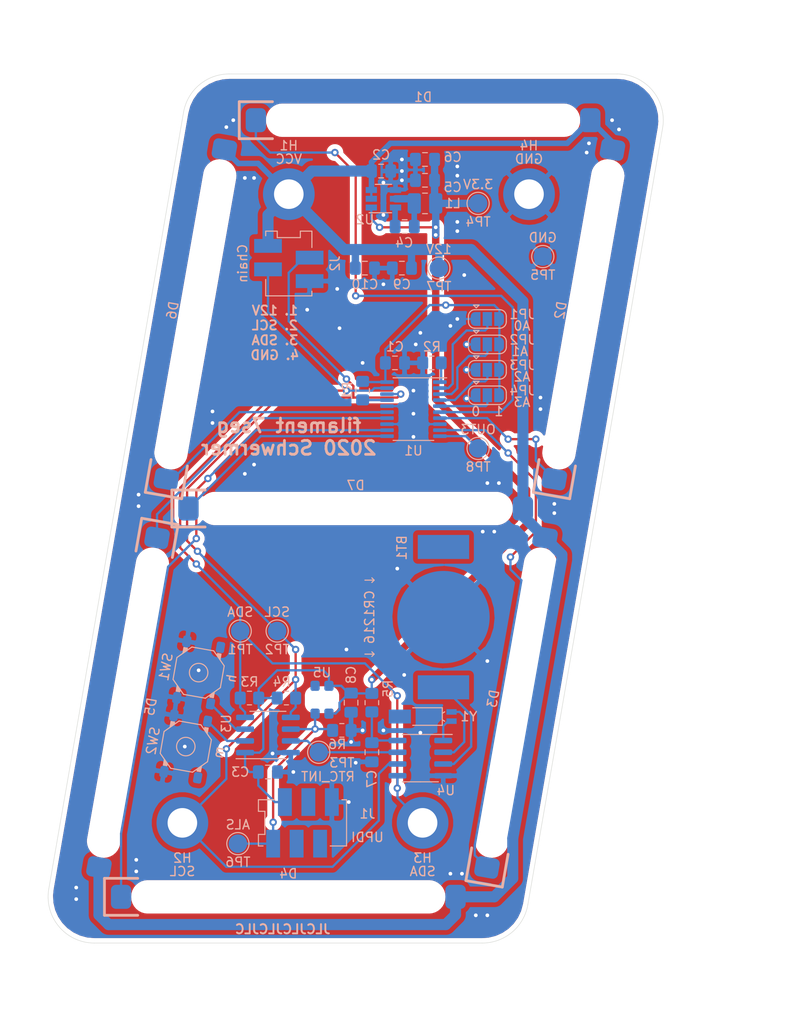
<source format=kicad_pcb>
(kicad_pcb (version 20171130) (host pcbnew 5.1.8)
  (layers (0 F.Cu signal) (31 B.Cu signal) (34 B.Paste user) (35 F.Paste user) (36 B.SilkS user) (37 F.SilkS user) (38 B.Mask user) (39 F.Mask user) (44 Edge.Cuts user))
  (net 0 "")
  (net 1 "Net-(D1-Pad1)")
  (net 2 "Net-(D2-Pad1)")
  (net 3 "Net-(D3-Pad1)")
  (net 4 "Net-(D4-Pad1)")
  (net 5 "Net-(D5-Pad1)")
  (net 6 "Net-(D6-Pad1)")
  (net 7 "Net-(D7-Pad1)")
  (net 8 +3V3)
  (net 9 GND)
  (net 10 +12V)
  (net 11 "Net-(C4-Pad2)")
  (net 12 "Net-(C4-Pad1)")
  (net 13 "Net-(C7-Pad2)")
  (net 14 "Net-(JP1-Pad2)")
  (net 15 "Net-(JP2-Pad2)")
  (net 16 "Net-(JP3-Pad2)")
  (net 17 "Net-(JP4-Pad2)")
  (net 18 "Net-(R1-Pad2)")
  (net 19 "Net-(R2-Pad1)")
  (net 20 SDA)
  (net 21 SCL)
  (net 22 "Net-(SW2-Pad1)")
  (net 23 "Net-(SW1-Pad1)")
  (net 24 "Net-(J1-Pad1)")
  (net 25 RTC_INT)
  (net 26 "Net-(BT1-Pad1)")
  (net 27 "Net-(U4-Pad2)")
  (net 28 "Net-(U4-Pad1)")
  (net 29 "Net-(J1-Pad3)")
  (net 30 "Net-(J1-Pad4)")
  (net 31 "Net-(J1-Pad5)")
  (net 32 "Net-(SW1-Pad2)")
  (net 33 "Net-(SW2-Pad2)")
  (net 34 "Net-(TP8-Pad1)")
  (module filament-clock:ConnectorMicromatch-4 (layer B.Cu) (at -7.240806 -26.5 90)
    (fp_text reference J2 (at 0 5 90) (layer B.SilkS) (effects (justify mirror)))
    (fp_text value Chain (at 0 -5 90) (layer B.SilkS) (effects (justify mirror)))
    (pad 1 smd rect (at 1.905 -2.25 90) (size 1.5 3) (layers B.Cu B.Paste B.Mask) (net 10 +12V))
    (pad 2 smd rect (at 0.635 2.25 90) (size 1.5 3) (layers B.Cu B.Paste B.Mask) (net 21 SCL))
    (pad 3 smd rect (at -0.635 -2.25 90) (size 1.5 3) (layers B.Cu B.Paste B.Mask) (net 20 SDA))
    (pad 4 smd rect (at -1.905 2.25 90) (size 1.5 3) (layers B.Cu B.Paste B.Mask) (net 9 GND))
  )
  (module filament-clock:ConnectorMicromatch-6 (layer B.Cu) (at -5.759194 34 180)
    (fp_text reference J1 (at -7.029194 0.98) (layer B.SilkS) (effects (justify mirror)))
    (fp_text value UPDI (at -7.029194 -1.56) (layer B.SilkS) (effects (justify mirror)))
    (pad 1 smd rect (at 3.175 -2.25 180) (size 1.5 3) (layers B.Cu B.Paste B.Mask) (net 24 "Net-(J1-Pad1)"))
    (pad 2 smd rect (at 1.905 2.25 180) (size 1.5 3) (layers B.Cu B.Paste B.Mask) (net 8 +3V3))
    (pad 3 smd rect (at 0.635 -2.25 180) (size 1.5 3) (layers B.Cu B.Paste B.Mask) (net 29 "Net-(J1-Pad3)"))
    (pad 4 smd rect (at -0.635 2.25 180) (size 1.5 3) (layers B.Cu B.Paste B.Mask) (net 30 "Net-(J1-Pad4)"))
    (pad 5 smd rect (at -1.905 -2.25 180) (size 1.5 3) (layers B.Cu B.Paste B.Mask) (net 31 "Net-(J1-Pad5)"))
    (pad 6 smd rect (at -3.175 2.25 180) (size 1.5 3) (layers B.Cu B.Paste B.Mask) (net 9 GND))
  )
  (module filament-clock:filament-led (layer B.Cu) (at 17.353388 21 80)
    (fp_text reference D3 (at 0 -2.5 260) (layer B.SilkS) (effects (justify mirror)))
    (fp_text value LED)
    (pad "" np_thru_hole oval (at 0 0 80) (size 33 2.6) (drill oval 33 2.6) (layers *.Cu *.Mask))
    (pad 2 smd roundrect (at 18.1 0 80) (size 2.2 2.6) (layers B.Cu B.Paste B.Mask) (net 10 +12V))
    (pad 1 smd roundrect (at -18.1 0 80) (size 2.2 2.6) (layers B.Cu B.Paste B.Mask) (net 3 "Net-(D3-Pad1)"))
  )
  (module filament-clock:filament-led (layer B.Cu) (at 7.293223 -42)
    (fp_text reference D1 (at 0 -2.5) (layer B.SilkS) (effects (justify mirror)))
    (fp_text value LED)
    (pad "" np_thru_hole oval (at 0 0) (size 33 2.6) (drill oval 33 2.6) (layers *.Cu *.Mask))
    (pad 2 smd roundrect (at 18.1 0) (size 2.2 2.6) (layers B.Cu B.Paste B.Mask) (net 10 +12V))
    (pad 1 smd roundrect (at -18.1 0) (size 2.2 2.6) (layers B.Cu B.Paste B.Mask) (net 1 "Net-(D1-Pad1)"))
  )
  (module filament-clock:filament-led (layer B.Cu) (at 24.646611 -21 80)
    (fp_text reference D2 (at 0 -2.5 260) (layer B.SilkS) (effects (justify mirror)))
    (fp_text value LED)
    (pad "" np_thru_hole oval (at 0 0 80) (size 33 2.6) (drill oval 33 2.6) (layers *.Cu *.Mask))
    (pad 2 smd roundrect (at 18.1 0 80) (size 2.2 2.6) (layers B.Cu B.Paste B.Mask) (net 10 +12V))
    (pad 1 smd roundrect (at -18.1 0 80) (size 2.2 2.6) (layers B.Cu B.Paste B.Mask) (net 2 "Net-(D2-Pad1)"))
  )
  (module filament-clock:filament-led (layer B.Cu) (at -7.293223 42)
    (fp_text reference D4 (at 0 -2.5) (layer B.SilkS) (effects (justify mirror)))
    (fp_text value LED)
    (pad "" np_thru_hole oval (at 0 0) (size 33 2.6) (drill oval 33 2.6) (layers *.Cu *.Mask))
    (pad 2 smd roundrect (at 18.1 0) (size 2.2 2.6) (layers B.Cu B.Paste B.Mask) (net 10 +12V))
    (pad 1 smd roundrect (at -18.1 0) (size 2.2 2.6) (layers B.Cu B.Paste B.Mask) (net 4 "Net-(D4-Pad1)"))
  )
  (module filament-clock:filament-led (layer B.Cu) (at -24.646611 21 260)
    (fp_text reference D5 (at 0 -2.5 260) (layer B.SilkS) (effects (justify mirror)))
    (fp_text value LED)
    (pad "" np_thru_hole oval (at 0 0 260) (size 33 2.6) (drill oval 33 2.6) (layers *.Cu *.Mask))
    (pad 2 smd roundrect (at 18.1 0 260) (size 2.2 2.6) (layers B.Cu B.Paste B.Mask) (net 10 +12V))
    (pad 1 smd roundrect (at -18.1 0 260) (size 2.2 2.6) (layers B.Cu B.Paste B.Mask) (net 5 "Net-(D5-Pad1)"))
  )
  (module filament-clock:filament-led (layer B.Cu) (at -17.353388 -21 80)
    (fp_text reference D6 (at 0 -2.5 260) (layer B.SilkS) (effects (justify mirror)))
    (fp_text value LED)
    (pad "" np_thru_hole oval (at 0 0 80) (size 33 2.6) (drill oval 33 2.6) (layers *.Cu *.Mask))
    (pad 2 smd roundrect (at 18.1 0 80) (size 2.2 2.6) (layers B.Cu B.Paste B.Mask) (net 10 +12V))
    (pad 1 smd roundrect (at -18.1 0 80) (size 2.2 2.6) (layers B.Cu B.Paste B.Mask) (net 6 "Net-(D6-Pad1)"))
  )
  (module filament-clock:filament-led (layer B.Cu) (at 0 0)
    (fp_text reference D7 (at 0 -2.5) (layer B.SilkS) (effects (justify mirror)))
    (fp_text value LED)
    (pad "" np_thru_hole oval (at 0 0) (size 33 2.6) (drill oval 33 2.6) (layers *.Cu *.Mask))
    (pad 2 smd roundrect (at 18.1 0) (size 2.2 2.6) (layers B.Cu B.Paste B.Mask) (net 10 +12V))
    (pad 1 smd roundrect (at -18.1 0) (size 2.2 2.6) (layers B.Cu B.Paste B.Mask) (net 7 "Net-(D7-Pad1)"))
  )
  (module Jumper:SolderJumper-3_P1.3mm_Open_RoundedPad1.0x1.5mm (layer B.Cu) (at 14.25 -12.25)
    (fp_text reference JP4 (at 3.75 -0.5) (layer B.SilkS) (effects (justify mirror)))
    (fp_text value A3 (at 3.75 0.75) (layer B.SilkS) (effects (justify mirror)))
    (pad 2 smd rect (at 0 0) (size 1 1.5) (layers B.Cu B.Mask) (net 17 "Net-(JP4-Pad2)"))
    (pad 3 smd custom (at 1.3 0) (size 1 0.5) (layers B.Cu B.Mask) (net 8 +3V3) (options (clearance outline) (anchor rect)) (primitives (gr_circle (center 0 -0.25) (end 0.5 -0.25) (width 0)) (gr_circle (center 0 0.25) (end 0.5 0.25) (width 0)) (gr_poly (pts (xy -0.55 0.75) (xy 0 0.75) (xy 0 -0.75) (xy -0.55 -0.75)) (width 0))))
    (pad 1 smd custom (at -1.3 0) (size 1 0.5) (layers B.Cu B.Mask) (net 9 GND) (options (clearance outline) (anchor rect)) (primitives (gr_circle (center 0 -0.25) (end 0.5 -0.25) (width 0)) (gr_circle (center 0 0.25) (end 0.5 0.25) (width 0)) (gr_poly (pts (xy 0.55 0.75) (xy 0 0.75) (xy 0 -0.75) (xy 0.55 -0.75)) (width 0))))
  )
  (module Resistor_SMD:R_0805_2012Metric_Pad1.20x1.40mm_HandSolder (layer B.Cu) (at 1.75 21 270)
    (fp_text reference R5 (at -1.5 -1.75 90) (layer B.SilkS) (effects (justify mirror)))
    (fp_text value 1k)
    (pad 2 smd roundrect (at 1 0 270) (size 1.2 1.4) (layers B.Cu B.Paste B.Mask) (roundrect_rratio 0.2083325) (net 13 "Net-(C7-Pad2)"))
    (pad 1 smd roundrect (at -1 0 270) (size 1.2 1.4) (layers B.Cu B.Paste B.Mask) (roundrect_rratio 0.2083325) (net 8 +3V3))
  )
  (module filament-clock:chipled-4 (layer B.Cu) (at -3.646611 20.680962)
    (fp_text reference U5 (at 0 -2.930962) (layer B.SilkS) (effects (justify mirror)))
    (fp_text value apds-9006)
    (pad "" np_thru_hole oval (at -0.85 0) (size 1 1.89) (drill oval 1 1.89) (layers *.Cu *.Mask))
    (pad "" np_thru_hole oval (at 0.85 0) (size 1 1.89) (drill oval 1 1.89) (layers *.Cu *.Mask))
    (pad "" np_thru_hole oval (at 0 -0.445) (size 2.7 1) (drill oval 2.7 1) (layers *.Cu *.Mask))
    (pad "" np_thru_hole oval (at 0 0.445) (size 2.7 1) (drill oval 2.7 1) (layers *.Cu *.Mask))
    (pad 3 smd roundrect (at 0.75 -1.5) (size 1 1.11) (layers B.Cu B.Paste B.Mask) (net 8 +3V3))
    (pad 4 smd roundrect (at -0.75 -1.5) (size 1 1.11) (layers B.Cu B.Paste B.Mask))
    (pad 2 smd roundrect (at 0.75 1.5) (size 1 1.11) (layers B.Cu B.Paste B.Mask) (net 8 +3V3))
    (pad 1 smd roundrect (at -0.75 1.5) (size 1 1.11) (layers B.Cu B.Paste B.Mask) (net 24 "Net-(J1-Pad1)"))
  )
  (module filament-clock:BC-2017 (layer B.Cu) (at 9.5 11.75 90)
    (fp_text reference BT1 (at 7.5 -4.5 90) (layer B.SilkS) (effects (justify mirror)))
    (fp_text value CR1216)
    (fp_text user CR1216 (at 0 -8 90) (layer B.SilkS) (effects (justify mirror)))
    (pad 2 smd circle (at 0 0 90) (size 10 10) (layers B.Cu B.Mask) (net 9 GND))
    (pad 1 smd rect (at 7.59 0 90) (size 2.6 5.56) (layers B.Cu B.Paste B.Mask) (net 26 "Net-(BT1-Pad1)"))
    (pad 1 smd rect (at -7.59 0 90) (size 2.6 5.56) (layers B.Cu B.Paste B.Mask) (net 26 "Net-(BT1-Pad1)"))
  )
  (module Capacitor_SMD:C_0805_2012Metric_Pad1.18x1.45mm_HandSolder (layer B.Cu) (at 4.25 -15.75)
    (fp_text reference C1 (at 0 -1.75) (layer B.SilkS) (effects (justify mirror)))
    (fp_text value 100n)
    (pad 2 smd roundrect (at 1.0375 0) (size 1.175 1.45) (layers B.Cu B.Paste B.Mask) (roundrect_rratio 0.2127659574468085) (net 9 GND))
    (pad 1 smd roundrect (at -1.0375 0) (size 1.175 1.45) (layers B.Cu B.Paste B.Mask) (roundrect_rratio 0.2127659574468085) (net 8 +3V3))
  )
  (module Capacitor_SMD:C_0805_2012Metric_Pad1.18x1.45mm_HandSolder (layer B.Cu) (at 2.75 -36.5)
    (fp_text reference C2 (at 0 -1.75) (layer B.SilkS) (effects (justify mirror)))
    (fp_text value 10µ)
    (pad 2 smd roundrect (at 1.0375 0) (size 1.175 1.45) (layers B.Cu B.Paste B.Mask) (roundrect_rratio 0.2127659574468085) (net 9 GND))
    (pad 1 smd roundrect (at -1.0375 0) (size 1.175 1.45) (layers B.Cu B.Paste B.Mask) (roundrect_rratio 0.2127659574468085) (net 10 +12V))
  )
  (module Capacitor_SMD:C_0805_2012Metric_Pad1.18x1.45mm_HandSolder (layer B.Cu) (at -9.5 28.5 180)
    (fp_text reference C3 (at 3 0) (layer B.SilkS) (effects (justify mirror)))
    (fp_text value 100n)
    (pad 2 smd roundrect (at 1.0375 0 180) (size 1.175 1.45) (layers B.Cu B.Paste B.Mask) (roundrect_rratio 0.2127659574468085) (net 8 +3V3))
    (pad 1 smd roundrect (at -1.0375 0 180) (size 1.175 1.45) (layers B.Cu B.Paste B.Mask) (roundrect_rratio 0.2127659574468085) (net 9 GND))
  )
  (module Capacitor_SMD:C_0805_2012Metric_Pad1.18x1.45mm_HandSolder (layer B.Cu) (at 5.3 -30.5 180)
    (fp_text reference C4 (at 0.05 -1.75) (layer B.SilkS) (effects (justify mirror)))
    (fp_text value 100n)
    (pad 2 smd roundrect (at 1.0375 0 180) (size 1.175 1.45) (layers B.Cu B.Paste B.Mask) (roundrect_rratio 0.2127659574468085) (net 11 "Net-(C4-Pad2)"))
    (pad 1 smd roundrect (at -1.0375 0 180) (size 1.175 1.45) (layers B.Cu B.Paste B.Mask) (roundrect_rratio 0.2127659574468085) (net 12 "Net-(C4-Pad1)"))
  )
  (module Capacitor_SMD:C_0805_2012Metric_Pad1.18x1.45mm_HandSolder (layer B.Cu) (at 7.5 -35.5 180)
    (fp_text reference C5 (at -3 -0.75) (layer B.SilkS) (effects (justify mirror)))
    (fp_text value 22µ)
    (pad 2 smd roundrect (at 1.0375 0 180) (size 1.175 1.45) (layers B.Cu B.Paste B.Mask) (roundrect_rratio 0.2127659574468085) (net 9 GND))
    (pad 1 smd roundrect (at -1.0375 0 180) (size 1.175 1.45) (layers B.Cu B.Paste B.Mask) (roundrect_rratio 0.2127659574468085) (net 8 +3V3))
  )
  (module Capacitor_SMD:C_0805_2012Metric_Pad1.18x1.45mm_HandSolder (layer B.Cu) (at 7.5 -37.75 180)
    (fp_text reference C6 (at -3 0.25) (layer B.SilkS) (effects (justify mirror)))
    (fp_text value 22µ)
    (pad 2 smd roundrect (at 1.0375 0 180) (size 1.175 1.45) (layers B.Cu B.Paste B.Mask) (roundrect_rratio 0.2127659574468085) (net 9 GND))
    (pad 1 smd roundrect (at -1.0375 0 180) (size 1.175 1.45) (layers B.Cu B.Paste B.Mask) (roundrect_rratio 0.2127659574468085) (net 8 +3V3))
  )
  (module Capacitor_SMD:C_0805_2012Metric_Pad1.18x1.45mm_HandSolder (layer B.Cu) (at 1.75 26.365 90)
    (fp_text reference C7 (at -2.885 0 90) (layer B.SilkS) (effects (justify mirror)))
    (fp_text value 3.3µ)
    (pad 2 smd roundrect (at 1.0375 0 90) (size 1.175 1.45) (layers B.Cu B.Paste B.Mask) (roundrect_rratio 0.2127659574468085) (net 13 "Net-(C7-Pad2)"))
    (pad 1 smd roundrect (at -1.0375 0 90) (size 1.175 1.45) (layers B.Cu B.Paste B.Mask) (roundrect_rratio 0.2127659574468085) (net 9 GND))
  )
  (module Jumper:SolderJumper-3_P1.3mm_Open_RoundedPad1.0x1.5mm (layer B.Cu) (at 14.25 -20.5)
    (fp_text reference JP1 (at 3.75 -0.5) (layer B.SilkS) (effects (justify mirror)))
    (fp_text value A0 (at 3.75 0.75) (layer B.SilkS) (effects (justify mirror)))
    (pad 2 smd rect (at 0 0) (size 1 1.5) (layers B.Cu B.Mask) (net 14 "Net-(JP1-Pad2)"))
    (pad 3 smd custom (at 1.3 0) (size 1 0.5) (layers B.Cu B.Mask) (net 8 +3V3) (options (clearance outline) (anchor rect)) (primitives (gr_circle (center 0 -0.25) (end 0.5 -0.25) (width 0)) (gr_circle (center 0 0.25) (end 0.5 0.25) (width 0)) (gr_poly (pts (xy -0.55 0.75) (xy 0 0.75) (xy 0 -0.75) (xy -0.55 -0.75)) (width 0))))
    (pad 1 smd custom (at -1.3 0) (size 1 0.5) (layers B.Cu B.Mask) (net 9 GND) (options (clearance outline) (anchor rect)) (primitives (gr_circle (center 0 -0.25) (end 0.5 -0.25) (width 0)) (gr_circle (center 0 0.25) (end 0.5 0.25) (width 0)) (gr_poly (pts (xy 0.55 0.75) (xy 0 0.75) (xy 0 -0.75) (xy 0.55 -0.75)) (width 0))))
  )
  (module Jumper:SolderJumper-3_P1.3mm_Open_RoundedPad1.0x1.5mm (layer B.Cu) (at 14.25 -17.75)
    (fp_text reference JP2 (at 3.75 -0.5) (layer B.SilkS) (effects (justify mirror)))
    (fp_text value A1 (at 3.5 0.75) (layer B.SilkS) (effects (justify mirror)))
    (pad 2 smd rect (at 0 0) (size 1 1.5) (layers B.Cu B.Mask) (net 15 "Net-(JP2-Pad2)"))
    (pad 3 smd custom (at 1.3 0) (size 1 0.5) (layers B.Cu B.Mask) (net 8 +3V3) (options (clearance outline) (anchor rect)) (primitives (gr_circle (center 0 -0.25) (end 0.5 -0.25) (width 0)) (gr_circle (center 0 0.25) (end 0.5 0.25) (width 0)) (gr_poly (pts (xy -0.55 0.75) (xy 0 0.75) (xy 0 -0.75) (xy -0.55 -0.75)) (width 0))))
    (pad 1 smd custom (at -1.3 0) (size 1 0.5) (layers B.Cu B.Mask) (net 9 GND) (options (clearance outline) (anchor rect)) (primitives (gr_circle (center 0 -0.25) (end 0.5 -0.25) (width 0)) (gr_circle (center 0 0.25) (end 0.5 0.25) (width 0)) (gr_poly (pts (xy 0.55 0.75) (xy 0 0.75) (xy 0 -0.75) (xy 0.55 -0.75)) (width 0))))
  )
  (module Jumper:SolderJumper-3_P1.3mm_Open_RoundedPad1.0x1.5mm (layer B.Cu) (at 14.25 -15)
    (fp_text reference JP3 (at 3.75 -0.5) (layer B.SilkS) (effects (justify mirror)))
    (fp_text value A2 (at 3.75 0.75) (layer B.SilkS) (effects (justify mirror)))
    (pad 2 smd rect (at 0 0) (size 1 1.5) (layers B.Cu B.Mask) (net 16 "Net-(JP3-Pad2)"))
    (pad 3 smd custom (at 1.3 0) (size 1 0.5) (layers B.Cu B.Mask) (net 8 +3V3) (options (clearance outline) (anchor rect)) (primitives (gr_circle (center 0 -0.25) (end 0.5 -0.25) (width 0)) (gr_circle (center 0 0.25) (end 0.5 0.25) (width 0)) (gr_poly (pts (xy -0.55 0.75) (xy 0 0.75) (xy 0 -0.75) (xy -0.55 -0.75)) (width 0))))
    (pad 1 smd custom (at -1.3 0) (size 1 0.5) (layers B.Cu B.Mask) (net 9 GND) (options (clearance outline) (anchor rect)) (primitives (gr_circle (center 0 -0.25) (end 0.5 -0.25) (width 0)) (gr_circle (center 0 0.25) (end 0.5 0.25) (width 0)) (gr_poly (pts (xy 0.55 0.75) (xy 0 0.75) (xy 0 -0.75) (xy 0.55 -0.75)) (width 0))))
  )
  (module Inductor_SMD:L_1008_2520Metric_Pad1.43x2.20mm_HandSolder (layer B.Cu) (at 7.5 -33)
    (fp_text reference L1 (at 3 0) (layer B.SilkS) (effects (justify mirror)))
    (fp_text value 4.7µ)
    (pad 2 smd roundrect (at 1.1625 0) (size 1.425 2.2) (layers B.Cu B.Paste B.Mask) (roundrect_rratio 0.1754385964912281) (net 8 +3V3))
    (pad 1 smd roundrect (at -1.1625 0) (size 1.425 2.2) (layers B.Cu B.Paste B.Mask) (roundrect_rratio 0.1754385964912281) (net 12 "Net-(C4-Pad1)"))
  )
  (module Resistor_SMD:R_0805_2012Metric_Pad1.20x1.40mm_HandSolder (layer B.Cu) (at 0.75 -12.75 270)
    (fp_text reference R1 (at 0 1.65 90) (layer B.SilkS) (effects (justify mirror)))
    (fp_text value 10k)
    (pad 2 smd roundrect (at 1 0 270) (size 1.2 1.4) (layers B.Cu B.Paste B.Mask) (roundrect_rratio 0.2083325) (net 18 "Net-(R1-Pad2)"))
    (pad 1 smd roundrect (at -1 0 270) (size 1.2 1.4) (layers B.Cu B.Paste B.Mask) (roundrect_rratio 0.2083325) (net 8 +3V3))
  )
  (module Resistor_SMD:R_0805_2012Metric_Pad1.20x1.40mm_HandSolder (layer B.Cu) (at 8.25 -15.75 180)
    (fp_text reference R2 (at 0 1.75) (layer B.SilkS) (effects (justify mirror)))
    (fp_text value 3.9k)
    (pad 2 smd roundrect (at 1 0 180) (size 1.2 1.4) (layers B.Cu B.Paste B.Mask) (roundrect_rratio 0.2083325) (net 9 GND))
    (pad 1 smd roundrect (at -1 0 180) (size 1.2 1.4) (layers B.Cu B.Paste B.Mask) (roundrect_rratio 0.2083325) (net 19 "Net-(R2-Pad1)"))
  )
  (module Resistor_SMD:R_0805_2012Metric_Pad1.20x1.40mm_HandSolder (layer B.Cu) (at -11.5 20.5 180)
    (fp_text reference R3 (at 0 1.75) (layer B.SilkS) (effects (justify mirror)))
    (fp_text value 4.7k)
    (pad 2 smd roundrect (at 1 0 180) (size 1.2 1.4) (layers B.Cu B.Paste B.Mask) (roundrect_rratio 0.2083325) (net 20 SDA))
    (pad 1 smd roundrect (at -1 0 180) (size 1.2 1.4) (layers B.Cu B.Paste B.Mask) (roundrect_rratio 0.2083325) (net 8 +3V3))
  )
  (module Resistor_SMD:R_0805_2012Metric_Pad1.20x1.40mm_HandSolder (layer B.Cu) (at -7.5 20.5)
    (fp_text reference R4 (at -0.5 -1.75) (layer B.SilkS) (effects (justify mirror)))
    (fp_text value 4.7k)
    (pad 2 smd roundrect (at 1 0) (size 1.2 1.4) (layers B.Cu B.Paste B.Mask) (roundrect_rratio 0.2083325) (net 21 SCL))
    (pad 1 smd roundrect (at -1 0) (size 1.2 1.4) (layers B.Cu B.Paste B.Mask) (roundrect_rratio 0.2083325) (net 8 +3V3))
  )
  (module Package_SO:TSSOP-20_4.4x6.5mm_P0.65mm (layer B.Cu) (at 6.25 -10.75 180)
    (fp_text reference U1 (at 0 -4.5) (layer B.SilkS) (effects (justify mirror)))
    (fp_text value TLC59108xPW)
    (pad 20 smd roundrect (at 2.8625 2.925 180) (size 1.475 0.4) (layers B.Cu B.Paste B.Mask) (net 8 +3V3))
    (pad 19 smd roundrect (at 2.8625 2.275 180) (size 1.475 0.4) (layers B.Cu B.Paste B.Mask) (net 20 SDA))
    (pad 18 smd roundrect (at 2.8625 1.625 180) (size 1.475 0.4) (layers B.Cu B.Paste B.Mask) (net 21 SCL))
    (pad 17 smd roundrect (at 2.8625 0.975 180) (size 1.475 0.4) (layers B.Cu B.Paste B.Mask) (net 18 "Net-(R1-Pad2)"))
    (pad 16 smd roundrect (at 2.8625 0.325 180) (size 1.475 0.4) (layers B.Cu B.Paste B.Mask) (net 9 GND))
    (pad 15 smd roundrect (at 2.8625 -0.325 180) (size 1.475 0.4) (layers B.Cu B.Paste B.Mask) (net 6 "Net-(D6-Pad1)"))
    (pad 14 smd roundrect (at 2.8625 -0.975 180) (size 1.475 0.4) (layers B.Cu B.Paste B.Mask) (net 5 "Net-(D5-Pad1)"))
    (pad 13 smd roundrect (at 2.8625 -1.625 180) (size 1.475 0.4) (layers B.Cu B.Paste B.Mask) (net 9 GND))
    (pad 12 smd roundrect (at 2.8625 -2.275 180) (size 1.475 0.4) (layers B.Cu B.Paste B.Mask) (net 4 "Net-(D4-Pad1)"))
    (pad 11 smd roundrect (at 2.8625 -2.925 180) (size 1.475 0.4) (layers B.Cu B.Paste B.Mask) (net 7 "Net-(D7-Pad1)"))
    (pad 10 smd roundrect (at -2.8625 -2.925 180) (size 1.475 0.4) (layers B.Cu B.Paste B.Mask) (net 34 "Net-(TP8-Pad1)"))
    (pad 9 smd roundrect (at -2.8625 -2.275 180) (size 1.475 0.4) (layers B.Cu B.Paste B.Mask) (net 3 "Net-(D3-Pad1)"))
    (pad 8 smd roundrect (at -2.8625 -1.625 180) (size 1.475 0.4) (layers B.Cu B.Paste B.Mask) (net 9 GND))
    (pad 7 smd roundrect (at -2.8625 -0.975 180) (size 1.475 0.4) (layers B.Cu B.Paste B.Mask) (net 2 "Net-(D2-Pad1)"))
    (pad 6 smd roundrect (at -2.8625 -0.325 180) (size 1.475 0.4) (layers B.Cu B.Paste B.Mask) (net 1 "Net-(D1-Pad1)"))
    (pad 5 smd roundrect (at -2.8625 0.325 180) (size 1.475 0.4) (layers B.Cu B.Paste B.Mask) (net 17 "Net-(JP4-Pad2)"))
    (pad 4 smd roundrect (at -2.8625 0.975 180) (size 1.475 0.4) (layers B.Cu B.Paste B.Mask) (net 16 "Net-(JP3-Pad2)"))
    (pad 3 smd roundrect (at -2.8625 1.625 180) (size 1.475 0.4) (layers B.Cu B.Paste B.Mask) (net 15 "Net-(JP2-Pad2)"))
    (pad 2 smd roundrect (at -2.8625 2.275 180) (size 1.475 0.4) (layers B.Cu B.Paste B.Mask) (net 14 "Net-(JP1-Pad2)"))
    (pad 1 smd roundrect (at -2.8625 2.925 180) (size 1.475 0.4) (layers B.Cu B.Paste B.Mask) (net 19 "Net-(R2-Pad1)"))
  )
  (module Package_TO_SOT_SMD:TSOT-23-6 (layer B.Cu) (at 3 -33.5)
    (fp_text reference U2 (at -2 2.25) (layer B.SilkS) (effects (justify mirror)))
    (fp_text value AP63203WU)
    (pad 6 smd rect (at 1.31 0.95) (size 1.22 0.65) (layers B.Cu B.Paste B.Mask) (net 11 "Net-(C4-Pad2)"))
    (pad 5 smd rect (at 1.31 0) (size 1.22 0.65) (layers B.Cu B.Paste B.Mask) (net 12 "Net-(C4-Pad1)"))
    (pad 4 smd rect (at 1.31 -0.95) (size 1.22 0.65) (layers B.Cu B.Paste B.Mask) (net 9 GND))
    (pad 3 smd rect (at -1.31 -0.95) (size 1.22 0.65) (layers B.Cu B.Paste B.Mask) (net 10 +12V))
    (pad 2 smd rect (at -1.31 0) (size 1.22 0.65) (layers B.Cu B.Paste B.Mask) (net 10 +12V))
    (pad 1 smd rect (at -1.31 0.95) (size 1.22 0.65) (layers B.Cu B.Paste B.Mask) (net 8 +3V3))
  )
  (module Package_SO:SOIC-8_3.9x4.9mm_P1.27mm (layer B.Cu) (at -9.5 24.5)
    (fp_text reference U3 (at -4.5 -1.25 90) (layer B.SilkS) (effects (justify mirror)))
    (fp_text value ATtiny412-SS)
    (pad 8 smd roundrect (at 2.475 1.905) (size 1.95 0.6) (layers B.Cu B.Paste B.Mask) (net 9 GND))
    (pad 7 smd roundrect (at 2.475 0.635) (size 1.95 0.6) (layers B.Cu B.Paste B.Mask) (net 25 RTC_INT))
    (pad 6 smd roundrect (at 2.475 -0.635) (size 1.95 0.6) (layers B.Cu B.Paste B.Mask) (net 24 "Net-(J1-Pad1)"))
    (pad 5 smd roundrect (at 2.475 -1.905) (size 1.95 0.6) (layers B.Cu B.Paste B.Mask) (net 21 SCL))
    (pad 4 smd roundrect (at -2.475 -1.905) (size 1.95 0.6) (layers B.Cu B.Paste B.Mask) (net 20 SDA))
    (pad 3 smd roundrect (at -2.475 -0.635) (size 1.95 0.6) (layers B.Cu B.Paste B.Mask) (net 23 "Net-(SW1-Pad1)"))
    (pad 2 smd roundrect (at -2.475 0.635) (size 1.95 0.6) (layers B.Cu B.Paste B.Mask) (net 33 "Net-(SW2-Pad2)"))
    (pad 1 smd roundrect (at -2.475 1.905) (size 1.95 0.6) (layers B.Cu B.Paste B.Mask) (net 8 +3V3))
  )
  (module Package_SO:SOIC-8_3.9x4.9mm_P1.27mm (layer B.Cu) (at 7 27 180)
    (fp_text reference U4 (at -2.75 -3.5) (layer B.SilkS) (effects (justify mirror)))
    (fp_text value PCF8523T)
    (pad 8 smd roundrect (at 2.475 1.905 180) (size 1.95 0.6) (layers B.Cu B.Paste B.Mask) (net 13 "Net-(C7-Pad2)"))
    (pad 7 smd roundrect (at 2.475 0.635 180) (size 1.95 0.6) (layers B.Cu B.Paste B.Mask) (net 25 RTC_INT))
    (pad 6 smd roundrect (at 2.475 -0.635 180) (size 1.95 0.6) (layers B.Cu B.Paste B.Mask) (net 21 SCL))
    (pad 5 smd roundrect (at 2.475 -1.905 180) (size 1.95 0.6) (layers B.Cu B.Paste B.Mask) (net 20 SDA))
    (pad 4 smd roundrect (at -2.475 -1.905 180) (size 1.95 0.6) (layers B.Cu B.Paste B.Mask) (net 9 GND))
    (pad 3 smd roundrect (at -2.475 -0.635 180) (size 1.95 0.6) (layers B.Cu B.Paste B.Mask) (net 26 "Net-(BT1-Pad1)"))
    (pad 2 smd roundrect (at -2.475 0.635 180) (size 1.95 0.6) (layers B.Cu B.Paste B.Mask) (net 27 "Net-(U4-Pad2)"))
    (pad 1 smd roundrect (at -2.475 1.905 180) (size 1.95 0.6) (layers B.Cu B.Paste B.Mask) (net 28 "Net-(U4-Pad1)"))
  )
  (module Resistor_SMD:R_0805_2012Metric_Pad1.20x1.40mm_HandSolder (layer B.Cu) (at -1.5 24)
    (fp_text reference R6 (at -0.5 1.5) (layer B.SilkS) (effects (justify mirror)))
    (fp_text value 5k)
    (pad 2 smd roundrect (at 1 0) (size 1.2 1.4) (layers B.Cu B.Paste B.Mask) (roundrect_rratio 0.2083325) (net 9 GND))
    (pad 1 smd roundrect (at -1 0) (size 1.2 1.4) (layers B.Cu B.Paste B.Mask) (roundrect_rratio 0.2083325) (net 24 "Net-(J1-Pad1)"))
  )
  (module TestPoint:TestPoint_Pad_D2.0mm (layer B.Cu) (at -12.5 13.25)
    (fp_text reference TP1 (at 0 1.998) (layer B.SilkS) (effects (justify mirror)))
    (fp_text value SDA (at 0 -2.05) (layer B.SilkS) (effects (justify mirror)))
    (pad 1 smd circle (at 0 0) (size 2 2) (layers B.Cu B.Mask) (net 20 SDA))
  )
  (module TestPoint:TestPoint_Pad_D2.0mm (layer B.Cu) (at -8.5 13.25)
    (fp_text reference TP2 (at 0 1.998) (layer B.SilkS) (effects (justify mirror)))
    (fp_text value SCL (at 0 -2.05) (layer B.SilkS) (effects (justify mirror)))
    (pad 1 smd circle (at 0 0) (size 2 2) (layers B.Cu B.Mask) (net 21 SCL))
  )
  (module TestPoint:TestPoint_Pad_D2.0mm (layer B.Cu) (at -4 26.365)
    (fp_text reference TP3 (at 2.5 1.135) (layer B.SilkS) (effects (justify mirror)))
    (fp_text value RTC_INT (at 1 2.635) (layer B.SilkS) (effects (justify mirror)))
    (pad 1 smd circle (at 0 0) (size 2 2) (layers B.Cu B.Mask) (net 25 RTC_INT))
  )
  (module Crystal:Crystal_SMD_MicroCrystal_MS3V-T1R (layer B.Cu) (at 7.25 22.5 90)
    (fp_text reference Y1 (at 0 5 180) (layer B.SilkS) (effects (justify mirror)))
    (fp_text value 32.768kHz)
    (pad 3 smd rect (at 0 -2.475 90) (size 1.5 2.4) (layers B.Cu B.Paste B.Mask))
    (pad 2 smd rect (at 0.5 3.125 90) (size 0.6 1.1) (layers B.Cu B.Paste B.Mask) (net 27 "Net-(U4-Pad2)"))
    (pad 1 smd rect (at -0.5 3.125 90) (size 0.6 1.1) (layers B.Cu B.Paste B.Mask) (net 28 "Net-(U4-Pad1)"))
  )
  (module Capacitor_SMD:C_0805_2012Metric_Pad1.18x1.45mm_HandSolder (layer B.Cu) (at -0.5 21 270)
    (fp_text reference C8 (at -3 0 90) (layer B.SilkS) (effects (justify mirror)))
    (fp_text value 100n)
    (pad 2 smd roundrect (at 1.0375 0 270) (size 1.175 1.45) (layers B.Cu B.Paste B.Mask) (roundrect_rratio 0.2127659574468085) (net 9 GND))
    (pad 1 smd roundrect (at -1.0375 0 270) (size 1.175 1.45) (layers B.Cu B.Paste B.Mask) (roundrect_rratio 0.2127659574468085) (net 8 +3V3))
  )
  (module MountingHole:MountingHole_3.2mm_M3_DIN965_Pad_TopOnly (layer B.Cu) (at -7.240806 -34)
    (fp_text reference H1 (at -0.009194 -5.25) (layer B.SilkS) (effects (justify mirror)))
    (fp_text value VCC (at 0 -3.8) (layer B.SilkS) (effects (justify mirror)))
    (pad 1 connect circle (at 0 0) (size 5.6 5.6) (layers B.Cu B.Mask) (net 10 +12V))
    (pad 1 thru_hole circle (at 0 0) (size 3.6 3.6) (drill 3.2) (layers *.Cu *.Mask) (net 10 +12V))
  )
  (module MountingHole:MountingHole_3.2mm_M3_DIN965_Pad_TopOnly (layer B.Cu) (at -18.759195 34)
    (fp_text reference H2 (at 0 3.8) (layer B.SilkS) (effects (justify mirror)))
    (fp_text value SCL (at 0.009195 5.25) (layer B.SilkS) (effects (justify mirror)))
    (pad 1 connect circle (at 0 0) (size 5.6 5.6) (layers B.Cu B.Mask) (net 21 SCL))
    (pad 1 thru_hole circle (at 0 0) (size 3.6 3.6) (drill 3.2) (layers *.Cu *.Mask) (net 21 SCL))
  )
  (module MountingHole:MountingHole_3.2mm_M3_DIN965_Pad_TopOnly (layer B.Cu) (at 7.240806 34)
    (fp_text reference H3 (at 0 3.8) (layer B.SilkS) (effects (justify mirror)))
    (fp_text value SDA (at 0.009194 5.25) (layer B.SilkS) (effects (justify mirror)))
    (pad 1 connect circle (at 0 0) (size 5.6 5.6) (layers B.Cu B.Mask) (net 20 SDA))
    (pad 1 thru_hole circle (at 0 0) (size 3.6 3.6) (drill 3.2) (layers *.Cu *.Mask) (net 20 SDA))
  )
  (module MountingHole:MountingHole_3.2mm_M3_DIN965_Pad_TopOnly (layer B.Cu) (at 18.759195 -34)
    (fp_text reference H4 (at -0.009195 -5.25) (layer B.SilkS) (effects (justify mirror)))
    (fp_text value GND (at 0 -3.8) (layer B.SilkS) (effects (justify mirror)))
    (pad 1 connect circle (at 0 0) (size 5.6 5.6) (layers B.Cu B.Mask) (net 9 GND))
    (pad 1 thru_hole circle (at 0 0) (size 3.6 3.6) (drill 3.2) (layers *.Cu *.Mask) (net 9 GND))
  )
  (module filament-clock:pts526 (layer B.Cu) (at -17 17.75 80)
    (fp_text reference SW1 (at 0 -3.6 260) (layer B.SilkS) (effects (justify mirror)))
    (fp_text value h (at 0 3.6 260) (layer B.SilkS) (effects (justify mirror)))
    (pad 4 smd roundrect (at 3.1 -1.85 80) (size 1.2 0.9) (layers B.Cu B.Paste B.Mask) (net 9 GND))
    (pad 3 smd roundrect (at -3.1 -1.85 80) (size 1.2 0.9) (layers B.Cu B.Paste B.Mask) (net 9 GND))
    (pad 1 smd roundrect (at -3.1 1.85 80) (size 1.2 0.9) (layers B.Cu B.Paste B.Mask) (net 23 "Net-(SW1-Pad1)"))
    (pad 2 smd roundrect (at 3.1 1.85 80) (size 1.2 0.9) (layers B.Cu B.Paste B.Mask) (net 32 "Net-(SW1-Pad2)"))
  )
  (module filament-clock:pts526 (layer B.Cu) (at -18.389185 25.75 80)
    (fp_text reference SW2 (at 0 -3.6 -100) (layer B.SilkS) (effects (justify mirror)))
    (fp_text value m (at 0 3.6 -100) (layer B.SilkS) (effects (justify mirror)))
    (pad 2 smd roundrect (at 3.1 1.85 80) (size 1.2 0.9) (layers B.Cu B.Paste B.Mask) (net 33 "Net-(SW2-Pad2)"))
    (pad 1 smd roundrect (at -3.1 1.85 80) (size 1.2 0.9) (layers B.Cu B.Paste B.Mask) (net 22 "Net-(SW2-Pad1)"))
    (pad 3 smd roundrect (at -3.1 -1.85 80) (size 1.2 0.9) (layers B.Cu B.Paste B.Mask) (net 9 GND))
    (pad 4 smd roundrect (at 3.1 -1.85 80) (size 1.2 0.9) (layers B.Cu B.Paste B.Mask) (net 9 GND))
  )
  (module TestPoint:TestPoint_Pad_D2.0mm (layer B.Cu) (at 13.25 -33)
    (fp_text reference TP4 (at 0 1.998) (layer B.SilkS) (effects (justify mirror)))
    (fp_text value 3.3V (at 0 -2.05) (layer B.SilkS) (effects (justify mirror)))
    (pad 1 smd circle (at 0 0) (size 2 2) (layers B.Cu B.Mask) (net 8 +3V3))
  )
  (module TestPoint:TestPoint_Pad_D2.0mm (layer B.Cu) (at 20.25 -27.25)
    (fp_text reference TP5 (at 0 1.998) (layer B.SilkS) (effects (justify mirror)))
    (fp_text value GND (at 0 -2.05) (layer B.SilkS) (effects (justify mirror)))
    (pad 1 smd circle (at 0 0) (size 2 2) (layers B.Cu B.Mask) (net 9 GND))
  )
  (module TestPoint:TestPoint_Pad_D2.0mm (layer B.Cu) (at -12.75 36.25)
    (fp_text reference TP6 (at 0 1.998) (layer B.SilkS) (effects (justify mirror)))
    (fp_text value ALS (at 0 -2.05) (layer B.SilkS) (effects (justify mirror)))
    (pad 1 smd circle (at 0 0) (size 2 2) (layers B.Cu B.Mask) (net 24 "Net-(J1-Pad1)"))
  )
  (module Capacitor_SMD:C_0805_2012Metric_Pad1.18x1.45mm_HandSolder (layer B.Cu) (at 5 -26 180)
    (fp_text reference C9 (at 0 -1.75) (layer B.SilkS) (effects (justify mirror)))
    (fp_text value C)
    (pad 1 smd roundrect (at -1.0375 0 180) (size 1.175 1.45) (layers B.Cu B.Paste B.Mask) (roundrect_rratio 0.212766) (net 10 +12V))
    (pad 2 smd roundrect (at 1.0375 0 180) (size 1.175 1.45) (layers B.Cu B.Paste B.Mask) (roundrect_rratio 0.212766) (net 9 GND))
  )
  (module Capacitor_SMD:C_0805_2012Metric_Pad1.18x1.45mm_HandSolder (layer B.Cu) (at 1 -26)
    (fp_text reference C10 (at 0 1.75) (layer B.SilkS) (effects (justify mirror)))
    (fp_text value C)
    (pad 2 smd roundrect (at 1.0375 0) (size 1.175 1.45) (layers B.Cu B.Paste B.Mask) (roundrect_rratio 0.212766) (net 9 GND))
    (pad 1 smd roundrect (at -1.0375 0) (size 1.175 1.45) (layers B.Cu B.Paste B.Mask) (roundrect_rratio 0.212766) (net 10 +12V))
  )
  (module TestPoint:TestPoint_Pad_D2.0mm (layer B.Cu) (at 9 -26)
    (fp_text reference TP7 (at 0 1.998) (layer B.SilkS) (effects (justify mirror)))
    (fp_text value 12V (at 0 -2.05) (layer B.SilkS) (effects (justify mirror)))
    (pad 1 smd circle (at 0 0) (size 2 2) (layers B.Cu B.Mask) (net 10 +12V))
  )
  (module TestPoint:TestPoint_Pad_D2.0mm (layer B.Cu) (at 13.25 -6.5)
    (fp_text reference TP8 (at 0 1.998) (layer B.SilkS) (effects (justify mirror)))
    (fp_text value OUT3 (at 0 -2.05) (layer B.SilkS) (effects (justify mirror)))
    (pad 1 smd circle (at 0 0) (size 2 2) (layers B.Cu B.Mask) (net 34 "Net-(TP8-Pad1)"))
  )
  (gr_text "1. 12V\n2. SCL\n3. SDA\n4. GND" (at -8.75 -19) (layer B.SilkS) (effects (font (size 1 1) (thickness 0.2)) (justify mirror)))
  (gr_text "filament 7seg\n2020 Schwermer" (at -7.25 -7.75) (layer B.SilkS) (effects (font (size 1.5 1.5) (thickness 0.3)) (justify mirror)))
  (gr_text 1 (at 15.5 -10.5) (layer B.SilkS) (effects (font (size 1 1)) (justify mirror)))
  (gr_text 0 (at 13 -10.5) (layer B.SilkS) (effects (font (size 1 1)) (justify mirror)))
  (gr_line (start -33.217262 41.131759) (end -18.630816 -42.868241) (layer Edge.Cuts) (width 0.05))
  (gr_line (start 13.706777 47) (end -28.293223 47) (layer Edge.Cuts) (width 0.05))
  (gr_line (start 33.217262 -41.131759) (end 18.630816 42.868241) (layer Edge.Cuts) (width 0.05))
  (gr_line (start -13.706777 -47) (end 28.293223 -47) (layer Edge.Cuts) (width 0.05))
  (gr_arc (start -28.293223 42) (end -28.293223 47) (angle 100) (layer Edge.Cuts) (width 0.05))
  (gr_arc (start 13.706777 42) (end 13.706777 47) (angle -80) (layer Edge.Cuts) (width 0.05))
  (gr_arc (start 28.293223 -42) (end 28.293223 -47) (angle 100) (layer Edge.Cuts) (width 0.05))
  (gr_arc (start -13.706777 -42) (end -13.706777 -47) (angle -80) (layer Edge.Cuts) (width 0.05))
  (gr_text JLCJLCJLCJLC (at -7.9 45.5) (layer B.SilkS) (effects (font (size 1 1) (thickness 0.2)) (justify mirror)))
  (via (at -2.25 -38.5) (size 0.8) (drill 0.4) (layers F.Cu B.Cu) (net 1))
  (segment (start -2.25 -38.5) (end -9.25 -38.5) (width 0.25) (layer B.Cu) (net 1))
  (segment (start -10.806777 -40.056777) (end -10.806777 -42) (width 0.25) (layer B.Cu) (net 1))
  (segment (start -9.25 -38.5) (end -10.806777 -40.056777) (width 0.25) (layer B.Cu) (net 1))
  (via (at 0 -22.999996) (size 0.8) (drill 0.4) (layers F.Cu B.Cu) (net 1))
  (segment (start -2.25 -38.5) (end 0 -36.25) (width 0.25) (layer F.Cu) (net 1))
  (segment (start 0 -36.25) (end 0 -22.999996) (width 0.25) (layer F.Cu) (net 1))
  (segment (start 9.1125 -10.425) (end 15.675 -10.425) (width 0.25) (layer B.Cu) (net 1))
  (segment (start 15.675 -10.425) (end 17 -11.75) (width 0.25) (layer B.Cu) (net 1))
  (segment (start 17 -11.75) (end 17 -21.75) (width 0.25) (layer B.Cu) (net 1))
  (segment (start 17 -21.75) (end 15.750004 -22.999996) (width 0.25) (layer B.Cu) (net 1))
  (segment (start 15.750004 -22.999996) (end 0 -22.999996) (width 0.25) (layer B.Cu) (net 1))
  (segment (start 14.225 -9.775) (end 16.5 -7.5) (width 0.25) (layer B.Cu) (net 2))
  (segment (start 9.1125 -9.775) (end 14.225 -9.775) (width 0.25) (layer B.Cu) (net 2))
  (via (at 16.5 -7.5) (size 0.8) (drill 0.4) (layers F.Cu B.Cu) (net 2))
  (via (at 19.5 -7.5) (size 0.8) (drill 0.4) (layers F.Cu B.Cu) (net 2))
  (segment (start 16.5 -7.5) (end 19.5 -7.5) (width 0.25) (layer F.Cu) (net 2))
  (segment (start 19.5 -5.178559) (end 21.503579 -3.17498) (width 0.25) (layer B.Cu) (net 2))
  (segment (start 19.5 -7.5) (end 19.5 -5.178559) (width 0.25) (layer B.Cu) (net 2))
  (segment (start 12.891058 37.505722) (end 12.891058 36.3732) (width 0.25) (layer B.Cu) (net 3))
  (segment (start 14.210356 38.82502) (end 12.891058 37.505722) (width 0.25) (layer B.Cu) (net 3))
  (segment (start 12.891058 36.3732) (end 17.406798 10.763158) (width 0.25) (layer B.Cu) (net 3))
  (segment (start 17.406798 10.763158) (end 17.934905 7.768114) (width 0.25) (layer B.Cu) (net 3))
  (via (at 16.5 -6.000006) (size 0.8) (drill 0.4) (layers F.Cu B.Cu) (net 3))
  (segment (start 9.1125 -8.475) (end 14.025006 -8.475) (width 0.25) (layer B.Cu) (net 3))
  (segment (start 14.025006 -8.475) (end 16.5 -6.000006) (width 0.25) (layer B.Cu) (net 3))
  (via (at 16.75 5.25) (size 0.8) (drill 0.4) (layers F.Cu B.Cu) (net 3))
  (segment (start 17.934905 7.768115) (end 16.75 6.58321) (width 0.25) (layer B.Cu) (net 3))
  (segment (start 16.75 6.58321) (end 16.75 5.25) (width 0.25) (layer B.Cu) (net 3))
  (segment (start 19.5 2.5) (end 16.75 5.25) (width 0.25) (layer F.Cu) (net 3))
  (segment (start 16.5 -6.000006) (end 19.5 -3.000006) (width 0.25) (layer F.Cu) (net 3))
  (segment (start 19.5 -3.000006) (end 19.5 2.5) (width 0.25) (layer F.Cu) (net 3))
  (via (at -16 -3.25) (size 0.8) (drill 0.4) (layers F.Cu B.Cu) (net 4))
  (segment (start -10.775 -8.475) (end 3.3875 -8.475) (width 0.25) (layer B.Cu) (net 4))
  (segment (start -16 -3.25) (end -10.775 -8.475) (width 0.25) (layer B.Cu) (net 4))
  (segment (start -20.303623 6.303623) (end -17.25 3.25) (width 0.25) (layer B.Cu) (net 4))
  (segment (start -25.393223 35.168184) (end -20.303623 6.303623) (width 0.25) (layer B.Cu) (net 4))
  (segment (start -25.393223 42) (end -25.393223 35.168184) (width 0.25) (layer B.Cu) (net 4))
  (segment (start -17.25 -2) (end -17.25 3.25) (width 0.25) (layer F.Cu) (net 4))
  (segment (start -16 -3.25) (end -17.25 -2) (width 0.25) (layer F.Cu) (net 4))
  (via (at -17.25 3.25) (size 0.8) (drill 0.4) (layers F.Cu B.Cu) (net 4))
  (segment (start -11.1 -9.775) (end 3.3875 -9.775) (width 0.25) (layer B.Cu) (net 5))
  (segment (start -21.503579 0.628579) (end -11.1 -9.775) (width 0.25) (layer B.Cu) (net 5))
  (segment (start -21.503579 3.17498) (end -21.503579 0.628579) (width 0.25) (layer B.Cu) (net 5))
  (segment (start -20.32144 -3) (end -20.49642 -3.17498) (width 0.25) (layer B.Cu) (net 6))
  (segment (start 3.3875 -10.425) (end -12.575 -10.425) (width 0.25) (layer B.Cu) (net 6))
  (segment (start -19.82502 -3.17498) (end -20.49642 -3.17498) (width 0.25) (layer B.Cu) (net 6))
  (segment (start -12.575 -10.425) (end -19.82502 -3.17498) (width 0.25) (layer B.Cu) (net 6))
  (segment (start -10.275 -7.825) (end -18.1 0) (width 0.25) (layer B.Cu) (net 7))
  (segment (start 3.3875 -7.825) (end -10.275 -7.825) (width 0.25) (layer B.Cu) (net 7))
  (segment (start -11.975 26.405) (end -11.975 28.025) (width 0.25) (layer B.Cu) (net 8))
  (segment (start -11.5 28.5) (end -10.5375 28.5) (width 0.25) (layer B.Cu) (net 8))
  (segment (start -11.975 28.025) (end -11.5 28.5) (width 0.25) (layer B.Cu) (net 8))
  (segment (start -7.664194 31.75) (end -8.75 31.75) (width 0.25) (layer B.Cu) (net 8))
  (segment (start -10.5375 29.9625) (end -10.5375 28.5) (width 0.25) (layer B.Cu) (net 8))
  (segment (start -8.75 31.75) (end -10.5375 29.9625) (width 0.25) (layer B.Cu) (net 8))
  (segment (start -11.975 26.405) (end -10.405 26.405) (width 0.25) (layer B.Cu) (net 8))
  (segment (start -10.405 26.405) (end -10 26) (width 0.25) (layer B.Cu) (net 8))
  (segment (start -10 26) (end -10 22) (width 0.25) (layer B.Cu) (net 8))
  (segment (start -10.5 21.5) (end -10.5 20.5) (width 0.25) (layer B.Cu) (net 8))
  (segment (start -10 22) (end -10.5 21.5) (width 0.25) (layer B.Cu) (net 8))
  (segment (start -10.5 20.5) (end -8.5 20.5) (width 0.25) (layer B.Cu) (net 8))
  (segment (start -2.896611 19.180962) (end -2.896611 18.103389) (width 0.25) (layer B.Cu) (net 8))
  (segment (start -2.896611 18.103389) (end -3.5 17.5) (width 0.25) (layer B.Cu) (net 8))
  (segment (start -3.5 17.5) (end -8.5 17.5) (width 0.25) (layer B.Cu) (net 8))
  (segment (start -10.5 19.5) (end -10.5 20.5) (width 0.25) (layer B.Cu) (net 8))
  (segment (start -8.5 17.5) (end -10.5 19.5) (width 0.25) (layer B.Cu) (net 8))
  (segment (start -2.896611 22.180962) (end -2.180962 22.180962) (width 0.25) (layer B.Cu) (net 8))
  (segment (start -2.180962 22.180962) (end -1.75 21.75) (width 0.25) (layer B.Cu) (net 8))
  (segment (start -1.75 21.75) (end -1.75 21) (width 0.25) (layer B.Cu) (net 8))
  (segment (start -0.7125 19.9625) (end -0.5 19.9625) (width 0.25) (layer B.Cu) (net 8))
  (segment (start -1.75 21) (end -0.7125 19.9625) (width 0.25) (layer B.Cu) (net 8))
  (segment (start -2.896611 19.180962) (end -1.569038 19.180962) (width 0.25) (layer B.Cu) (net 8))
  (segment (start -0.7875 19.9625) (end -0.5 19.9625) (width 0.25) (layer B.Cu) (net 8))
  (segment (start -1.569038 19.180962) (end -0.7875 19.9625) (width 0.25) (layer B.Cu) (net 8))
  (segment (start -0.4625 20) (end -0.5 19.9625) (width 0.25) (layer B.Cu) (net 8))
  (segment (start 1.75 20) (end -0.4625 20) (width 0.25) (layer B.Cu) (net 8))
  (segment (start 8.5375 -37.75) (end 8.5375 -35.5) (width 0.8) (layer B.Cu) (net 8))
  (segment (start 8.5375 -33.125) (end 8.6625 -33) (width 0.8) (layer B.Cu) (net 8))
  (segment (start 8.5375 -35.5) (end 8.5375 -33.125) (width 0.8) (layer B.Cu) (net 8))
  (segment (start 0.825 -13.675) (end 0.75 -13.75) (width 0.25) (layer B.Cu) (net 8))
  (segment (start 3.3875 -13.675) (end 0.825 -13.675) (width 0.25) (layer B.Cu) (net 8))
  (segment (start 3.2125 -13.85) (end 3.3875 -13.675) (width 0.25) (layer B.Cu) (net 8))
  (segment (start 3.2125 -15.75) (end 3.2125 -13.85) (width 0.25) (layer B.Cu) (net 8))
  (segment (start 15.55 -12.25) (end 15.55 -15) (width 0.25) (layer B.Cu) (net 8))
  (segment (start 15.55 -17.75) (end 15.55 -15) (width 0.25) (layer B.Cu) (net 8))
  (segment (start 15.55 -20.5) (end 15.55 -17.75) (width 0.25) (layer B.Cu) (net 8))
  (segment (start 15.55 -20.5) (end 15.55 -21.45) (width 0.25) (layer B.Cu) (net 8))
  (segment (start 15.55 -21.45) (end 15 -22) (width 0.25) (layer B.Cu) (net 8))
  (segment (start 15 -22) (end 9.75 -22) (width 0.25) (layer B.Cu) (net 8))
  (segment (start 3.2125 -17.2125) (end 3.2125 -15.75) (width 0.25) (layer B.Cu) (net 8))
  (segment (start 8 -22) (end 3.2125 -17.2125) (width 0.25) (layer B.Cu) (net 8))
  (segment (start 8.6625 -33) (end 8.6625 -30.4125) (width 0.8) (layer B.Cu) (net 8))
  (segment (start 8.6625 -29.5875) (end 8.6625 -29.5875) (width 0.8) (layer B.Cu) (net 8))
  (via (at 8.6625 -29.5875) (size 0.8) (drill 0.4) (layers F.Cu B.Cu) (net 8))
  (segment (start 8.6625 -30.4125) (end 8.6625 -30.4125) (width 0.8) (layer B.Cu) (net 8))
  (segment (start 8.6625 -30.4125) (end 8.6625 -29.5875) (width 0.8) (layer B.Cu) (net 8))
  (via (at 8.6625 -30.4125) (size 0.8) (drill 0.4) (layers F.Cu B.Cu) (net 8))
  (segment (start 8.6625 -30.4125) (end 2.5875 -30.4125) (width 0.25) (layer F.Cu) (net 8))
  (via (at 2.5875 -30.4125) (size 0.8) (drill 0.4) (layers F.Cu B.Cu) (net 8))
  (segment (start 1.69 -31.31) (end 2.5875 -30.4125) (width 0.25) (layer B.Cu) (net 8))
  (segment (start 1.69 -32.55) (end 1.69 -31.31) (width 0.25) (layer B.Cu) (net 8))
  (segment (start 8.6625 -33) (end 13.25 -33) (width 0.8) (layer B.Cu) (net 8))
  (segment (start 9.75 -22) (end 8 -22) (width 0.25) (layer B.Cu) (net 8))
  (via (at 9.75 -22) (size 0.8) (drill 0.4) (layers F.Cu B.Cu) (net 8))
  (segment (start 8.75 -22) (end 8.6625 -21.9125) (width 0.25) (layer F.Cu) (net 8))
  (segment (start 9.75 -22) (end 8.75 -22) (width 0.25) (layer F.Cu) (net 8))
  (segment (start 8.6625 -30.4125) (end 8.6625 -21.9125) (width 0.8) (layer F.Cu) (net 8))
  (via (at 1.737347 18.512653) (size 0.8) (drill 0.4) (layers F.Cu B.Cu) (net 8))
  (segment (start 1.737347 19.987347) (end 1.75 20) (width 0.8) (layer B.Cu) (net 8))
  (segment (start 1.737347 18.512653) (end 1.737347 19.987347) (width 0.25) (layer B.Cu) (net 8))
  (segment (start 18.5 -2) (end 18.5 1.75) (width 0.8) (layer F.Cu) (net 8))
  (segment (start 8.6625 -11.8375) (end 18.5 -2) (width 0.8) (layer F.Cu) (net 8))
  (segment (start 18.5 1.75) (end 1.737347 18.512653) (width 0.8) (layer F.Cu) (net 8))
  (segment (start 8.6625 -21.9125) (end 8.6625 -11.8375) (width 0.8) (layer F.Cu) (net 8))
  (via (at -5.25 -21.5) (size 0.8) (drill 0.4) (layers F.Cu B.Cu) (net 9))
  (via (at -0.75 31.75) (size 0.8) (drill 0.4) (layers F.Cu B.Cu) (net 9))
  (via (at -6.75 28.5) (size 0.8) (drill 0.4) (layers F.Cu B.Cu) (net 9))
  (via (at -9 26.5) (size 0.8) (drill 0.4) (layers F.Cu B.Cu) (net 9))
  (via (at -18.5 25.75) (size 0.8) (drill 0.4) (layers F.Cu B.Cu) (net 9))
  (via (at -17 17.5) (size 0.8) (drill 0.4) (layers F.Cu B.Cu) (net 9))
  (via (at 14.25 16.5) (size 0.8) (drill 0.4) (layers F.Cu B.Cu) (net 9))
  (via (at 4.5 6.5) (size 0.8) (drill 0.4) (layers F.Cu B.Cu) (net 9))
  (via (at 5.25 18) (size 0.8) (drill 0.4) (layers F.Cu B.Cu) (net 9))
  (via (at -23.75 39.25) (size 0.8) (drill 0.4) (layers F.Cu B.Cu) (net 9))
  (via (at -23.75 38) (size 0.8) (drill 0.4) (layers F.Cu B.Cu) (net 9))
  (via (at -30.25 41) (size 0.8) (drill 0.4) (layers F.Cu B.Cu) (net 9))
  (via (at -30.25 42.25) (size 0.8) (drill 0.4) (layers F.Cu B.Cu) (net 9))
  (via (at -23.5 -1.5) (size 0.8) (drill 0.4) (layers F.Cu B.Cu) (net 9))
  (via (at -23.5 -0.25) (size 0.8) (drill 0.4) (layers F.Cu B.Cu) (net 9))
  (via (at -15.5 -9.25) (size 0.8) (drill 0.4) (layers F.Cu B.Cu) (net 9))
  (via (at -15.5 -10.5) (size 0.8) (drill 0.4) (layers F.Cu B.Cu) (net 9))
  (via (at -12 -3.75) (size 0.8) (drill 0.4) (layers F.Cu B.Cu) (net 9))
  (via (at -11 -4.75) (size 0.8) (drill 0.4) (layers F.Cu B.Cu) (net 9))
  (via (at 6.5 -17.75) (size 0.8) (drill 0.4) (layers F.Cu B.Cu) (net 9))
  (via (at 7 -19) (size 0.8) (drill 0.4) (layers F.Cu B.Cu) (net 9))
  (via (at 10.25 -19.75) (size 0.8) (drill 0.4) (layers F.Cu B.Cu) (net 9))
  (via (at 11 -20.5) (size 0.8) (drill 0.4) (layers F.Cu B.Cu) (net 9))
  (via (at 6.25 -7.75) (size 0.8) (drill 0.4) (layers F.Cu B.Cu) (net 9))
  (via (at 6.25 -10.25) (size 0.8) (drill 0.4) (layers F.Cu B.Cu) (net 9))
  (via (at 6.25 -12.75) (size 0.8) (drill 0.4) (layers F.Cu B.Cu) (net 9))
  (via (at 0.75 -15.75) (size 0.8) (drill 0.4) (layers F.Cu B.Cu) (net 9))
  (via (at -12 -35.75) (size 0.8) (drill 0.4) (layers F.Cu B.Cu) (net 9))
  (via (at -11 -35.75) (size 0.8) (drill 0.4) (layers F.Cu B.Cu) (net 9))
  (via (at -14 -41.25) (size 0.8) (drill 0.4) (layers F.Cu B.Cu) (net 9))
  (via (at -13.25 -42) (size 0.8) (drill 0.4) (layers F.Cu B.Cu) (net 9))
  (via (at 27.75 -42) (size 0.8) (drill 0.4) (layers F.Cu B.Cu) (net 9))
  (via (at 28.5 -41) (size 0.8) (drill 0.4) (layers F.Cu B.Cu) (net 9))
  (via (at 25.25 -39.5) (size 0.8) (drill 0.4) (layers F.Cu B.Cu) (net 9))
  (via (at 25 -38.5) (size 0.8) (drill 0.4) (layers F.Cu B.Cu) (net 9))
  (via (at 21.5 0.5) (size 0.8) (drill 0.4) (layers F.Cu B.Cu) (net 9))
  (via (at 21.5 -0.5) (size 0.8) (drill 0.4) (layers F.Cu B.Cu) (net 9))
  (via (at 15.5 -2.75) (size 0.8) (drill 0.4) (layers F.Cu B.Cu) (net 9))
  (via (at 14.25 -2.75) (size 0.8) (drill 0.4) (layers F.Cu B.Cu) (net 9))
  (via (at 15 2.5) (size 0.8) (drill 0.4) (layers F.Cu B.Cu) (net 9))
  (via (at 13.75 2.5) (size 0.8) (drill 0.4) (layers F.Cu B.Cu) (net 9))
  (via (at 13 44) (size 0.8) (drill 0.4) (layers F.Cu B.Cu) (net 9))
  (via (at 14.25 44) (size 0.8) (drill 0.4) (layers F.Cu B.Cu) (net 9))
  (via (at 11.5 39.5) (size 0.8) (drill 0.4) (layers F.Cu B.Cu) (net 9))
  (via (at 10.25 39.5) (size 0.8) (drill 0.4) (layers F.Cu B.Cu) (net 9))
  (via (at 0.75 24) (size 0.8) (drill 0.4) (layers F.Cu B.Cu) (net 9))
  (via (at -0.5 25.25) (size 0.8) (drill 0.4) (layers F.Cu B.Cu) (net 9))
  (via (at 0 27.5) (size 0.8) (drill 0.4) (layers F.Cu B.Cu) (net 9))
  (via (at 3 24) (size 0.8) (drill 0.4) (layers F.Cu B.Cu) (net 9))
  (via (at 7 24.25) (size 0.8) (drill 0.4) (layers F.Cu B.Cu) (net 9))
  (via (at -1 15.25) (size 0.8) (drill 0.4) (layers F.Cu B.Cu) (net 9))
  (via (at 20 -10.75) (size 0.8) (drill 0.4) (layers F.Cu B.Cu) (net 9))
  (via (at 20 -12) (size 0.8) (drill 0.4) (layers F.Cu B.Cu) (net 9))
  (segment (start 3.3875 -11.075) (end 4.925 -11.075) (width 0.25) (layer B.Cu) (net 9))
  (segment (start 3.3875 -9.125) (end 4.875 -9.125) (width 0.25) (layer B.Cu) (net 9))
  (segment (start 9.1125 -9.125) (end 7.625 -9.125) (width 0.25) (layer B.Cu) (net 9))
  (via (at -1.75 -19.5) (size 0.8) (drill 0.4) (layers F.Cu B.Cu) (net 9))
  (via (at 11 -30) (size 0.8) (drill 0.4) (layers F.Cu B.Cu) (net 9))
  (via (at 11 -31) (size 0.8) (drill 0.4) (layers F.Cu B.Cu) (net 9))
  (via (at 11 -36) (size 0.8) (drill 0.4) (layers F.Cu B.Cu) (net 9))
  (via (at 11 -37) (size 0.8) (drill 0.4) (layers F.Cu B.Cu) (net 9))
  (via (at 5 -37.75) (size 0.8) (drill 0.4) (layers F.Cu B.Cu) (net 9))
  (via (at 5 -36.5) (size 0.8) (drill 0.4) (layers F.Cu B.Cu) (net 9))
  (via (at 3 -31.75) (size 0.8) (drill 0.4) (layers F.Cu B.Cu) (net 9))
  (via (at 3 -35.25) (size 0.8) (drill 0.4) (layers F.Cu B.Cu) (net 9))
  (via (at 5 -35.5) (size 0.8) (drill 0.4) (layers F.Cu B.Cu) (net 9))
  (segment (start 12.95 -20.5) (end 11 -20.5) (width 0.25) (layer B.Cu) (net 9))
  (via (at 12 -15) (size 0.8) (drill 0.4) (layers F.Cu B.Cu) (net 9))
  (segment (start 12 -15) (end 12.95 -15) (width 0.25) (layer B.Cu) (net 9))
  (segment (start 12 -17.75) (end 12.95 -17.75) (width 0.25) (layer B.Cu) (net 9))
  (via (at 12 -17.75) (size 0.8) (drill 0.4) (layers F.Cu B.Cu) (net 9))
  (via (at 12 -11.899998) (size 0.8) (drill 0.4) (layers F.Cu B.Cu) (net 9))
  (segment (start 12.599998 -11.899998) (end 12.95 -12.25) (width 0.25) (layer B.Cu) (net 9))
  (segment (start 12 -11.899998) (end 12.599998 -11.899998) (width 0.25) (layer B.Cu) (net 9))
  (via (at 11.75 -25.25) (size 0.8) (drill 0.4) (layers F.Cu B.Cu) (net 9))
  (via (at 3 -24.25) (size 0.8) (drill 0.4) (layers F.Cu B.Cu) (net 9))
  (via (at -2 -23.75) (size 0.8) (drill 0.4) (layers F.Cu B.Cu) (net 9))
  (segment (start 1.7125 -34.4725) (end 1.69 -34.45) (width 0.6) (layer B.Cu) (net 10))
  (segment (start 1.7125 -36.5) (end 1.7125 -34.4725) (width 0.6) (layer B.Cu) (net 10))
  (segment (start 1.69 -34.45) (end 1.69 -33.5) (width 0.25) (layer B.Cu) (net 10))
  (segment (start -10.5616 -37.320794) (end -7.240806 -34) (width 0.6) (layer B.Cu) (net 10))
  (segment (start -12.70613 -37.320794) (end -10.5616 -37.320794) (width 0.6) (layer B.Cu) (net 10))
  (segment (start -14.210356 -38.82502) (end -12.70613 -37.320794) (width 0.6) (layer B.Cu) (net 10))
  (segment (start 1.7125 -36.5) (end 1.7125 -37.4625) (width 0.6) (layer B.Cu) (net 10))
  (segment (start 1.7125 -37.4625) (end 3.75 -39.5) (width 0.6) (layer B.Cu) (net 10))
  (segment (start 22.893223 -39.5) (end 25.393223 -42) (width 0.6) (layer B.Cu) (net 10))
  (segment (start 3.75 -39.5) (end 22.893223 -39.5) (width 0.6) (layer B.Cu) (net 10))
  (segment (start 18.1 0.77856) (end 20.49642 3.17498) (width 1.2) (layer B.Cu) (net 10))
  (segment (start 18.1 0) (end 18.1 0.77856) (width 1.2) (layer B.Cu) (net 10))
  (segment (start 27.789643 -39.60358) (end 25.393223 -42) (width 0.6) (layer B.Cu) (net 10))
  (segment (start 27.789643 -38.82502) (end 27.789643 -39.60358) (width 0.6) (layer B.Cu) (net 10))
  (segment (start 22.317666 4.996226) (end 22.317666 5.515521) (width 1.2) (layer B.Cu) (net 10))
  (segment (start 20.49642 3.17498) (end 22.317666 4.996226) (width 1.2) (layer B.Cu) (net 10))
  (segment (start 22.317666 5.515521) (end 17.100102 35.105813) (width 1.2) (layer B.Cu) (net 10))
  (segment (start 17 35.673515) (end 17.100102 35.105812) (width 1.2) (layer B.Cu) (net 10))
  (segment (start 17 40) (end 17 35.673515) (width 1.2) (layer B.Cu) (net 10))
  (segment (start 15 42) (end 17 40) (width 1.2) (layer B.Cu) (net 10))
  (segment (start 10.806777 42) (end 15 42) (width 1.2) (layer B.Cu) (net 10))
  (segment (start -27.789643 43.960357) (end -27.789643 38.82502) (width 1.2) (layer B.Cu) (net 10))
  (segment (start -26.75 45) (end -27.789643 43.960357) (width 1.2) (layer B.Cu) (net 10))
  (segment (start 9.75 45) (end -26.75 45) (width 1.2) (layer B.Cu) (net 10))
  (segment (start 10.806777 43.943223) (end 9.75 45) (width 1.2) (layer B.Cu) (net 10))
  (segment (start 10.806777 42) (end 10.806777 43.943223) (width 1.2) (layer B.Cu) (net 10))
  (segment (start -4.740806 -36.5) (end -7.240806 -34) (width 1.2) (layer B.Cu) (net 10))
  (segment (start 1.5 -36.5) (end -4.740806 -36.5) (width 1.2) (layer B.Cu) (net 10))
  (segment (start 18.1 -2.15) (end 18.1 0) (width 1.2) (layer B.Cu) (net 10))
  (segment (start 18.1 -22.4) (end 18.1 -2.15) (width 1.2) (layer B.Cu) (net 10))
  (segment (start 12.490806 -28.009194) (end 18.1 -22.4) (width 1.2) (layer B.Cu) (net 10))
  (segment (start -7.25 -34) (end -1.259194 -28.009194) (width 1.2) (layer B.Cu) (net 10))
  (segment (start -9.490806 -31.75) (end -7.240806 -34) (width 1.2) (layer B.Cu) (net 10))
  (segment (start -9.490806 -28.405) (end -9.490806 -31.75) (width 1.2) (layer B.Cu) (net 10))
  (segment (start -0.0375 -27.980888) (end -0.009194 -28.009194) (width 0.6) (layer B.Cu) (net 10))
  (segment (start -0.0375 -26) (end -0.0375 -27.980888) (width 0.8) (layer B.Cu) (net 10))
  (segment (start -1.259194 -28.009194) (end -0.009194 -28.009194) (width 1.2) (layer B.Cu) (net 10))
  (segment (start 6.0375 -26) (end 6.0375 -27.9625) (width 0.8) (layer B.Cu) (net 10))
  (segment (start 6.0375 -27.9625) (end 5.990806 -28.009194) (width 0.6) (layer B.Cu) (net 10))
  (segment (start -0.009194 -28.009194) (end 5.990806 -28.009194) (width 1.2) (layer B.Cu) (net 10))
  (segment (start 9 -28) (end 8.990806 -28.009194) (width 0.6) (layer B.Cu) (net 10))
  (segment (start 9 -26) (end 9 -28) (width 0.8) (layer B.Cu) (net 10))
  (segment (start 8.990806 -28.009194) (end 12.490806 -28.009194) (width 1.2) (layer B.Cu) (net 10))
  (segment (start 5.990806 -28.009194) (end 8.990806 -28.009194) (width 1.2) (layer B.Cu) (net 10))
  (segment (start 4.2625 -32.5025) (end 4.31 -32.55) (width 0.6) (layer B.Cu) (net 11))
  (segment (start 4.2625 -30.5) (end 4.2625 -32.5025) (width 0.6) (layer B.Cu) (net 11))
  (segment (start 5.8375 -33.5) (end 6.3375 -33) (width 0.8) (layer B.Cu) (net 12))
  (segment (start 4.31 -33.5) (end 5.8375 -33.5) (width 0.8) (layer B.Cu) (net 12))
  (segment (start 6.3375 -33) (end 6.3375 -30.5) (width 0.6) (layer B.Cu) (net 12))
  (segment (start 1.75 22) (end 1.75 25.3275) (width 0.25) (layer B.Cu) (net 13))
  (segment (start 1.9825 25.095) (end 1.75 25.3275) (width 0.25) (layer B.Cu) (net 13))
  (segment (start 4.525 25.095) (end 1.9825 25.095) (width 0.25) (layer B.Cu) (net 13))
  (segment (start 14.25 -19.5) (end 14.25 -20.5) (width 0.25) (layer B.Cu) (net 14))
  (segment (start 14 -19.25) (end 14.25 -19.5) (width 0.25) (layer B.Cu) (net 14))
  (segment (start 12 -19.25) (end 14 -19.25) (width 0.25) (layer B.Cu) (net 14))
  (segment (start 10.5 -17.75) (end 12 -19.25) (width 0.25) (layer B.Cu) (net 14))
  (segment (start 10.5 -13.5) (end 10.5 -17.75) (width 0.25) (layer B.Cu) (net 14))
  (segment (start 10.025 -13.025) (end 10.5 -13.5) (width 0.25) (layer B.Cu) (net 14))
  (segment (start 9.1125 -13.025) (end 10.025 -13.025) (width 0.25) (layer B.Cu) (net 14))
  (segment (start 14 -16.5) (end 14.25 -16.75) (width 0.25) (layer B.Cu) (net 15))
  (segment (start 14.25 -16.75) (end 14.25 -17.75) (width 0.25) (layer B.Cu) (net 15))
  (segment (start 11 -15.25) (end 12.25 -16.5) (width 0.25) (layer B.Cu) (net 15))
  (segment (start 12.25 -16.5) (end 14 -16.5) (width 0.25) (layer B.Cu) (net 15))
  (segment (start 11 -13) (end 11 -15.25) (width 0.25) (layer B.Cu) (net 15))
  (segment (start 10.375 -12.375) (end 11 -13) (width 0.25) (layer B.Cu) (net 15))
  (segment (start 9.1125 -12.375) (end 10.375 -12.375) (width 0.25) (layer B.Cu) (net 15))
  (segment (start 14.25 -14) (end 14.25 -15) (width 0.25) (layer B.Cu) (net 16))
  (segment (start 14 -13.75) (end 14.25 -14) (width 0.25) (layer B.Cu) (net 16))
  (segment (start 12.75 -13.75) (end 14 -13.75) (width 0.25) (layer B.Cu) (net 16))
  (segment (start 10.725 -11.725) (end 12.75 -13.75) (width 0.25) (layer B.Cu) (net 16))
  (segment (start 9.1125 -11.725) (end 10.725 -11.725) (width 0.25) (layer B.Cu) (net 16))
  (segment (start 9.1125 -11.075) (end 14.075 -11.075) (width 0.25) (layer B.Cu) (net 17))
  (segment (start 14.25 -11.25) (end 14.25 -12.25) (width 0.25) (layer B.Cu) (net 17))
  (segment (start 14.075 -11.075) (end 14.25 -11.25) (width 0.25) (layer B.Cu) (net 17))
  (segment (start 0.775 -11.725) (end 0.75 -11.75) (width 0.25) (layer B.Cu) (net 18))
  (segment (start 3.3875 -11.725) (end 0.775 -11.725) (width 0.25) (layer B.Cu) (net 18))
  (segment (start 9.25 -13.8125) (end 9.1125 -13.675) (width 0.25) (layer B.Cu) (net 19))
  (segment (start 9.25 -15.75) (end 9.25 -13.8125) (width 0.25) (layer B.Cu) (net 19))
  (segment (start -12.5 20.5) (end -12.5 21.5) (width 0.25) (layer B.Cu) (net 20))
  (segment (start -11.975 22.025) (end -11.975 22.595) (width 0.25) (layer B.Cu) (net 20))
  (segment (start -12.5 21.5) (end -11.975 22.025) (width 0.25) (layer B.Cu) (net 20))
  (segment (start 4.525 31.284194) (end 7.240806 34) (width 0.25) (layer B.Cu) (net 20))
  (segment (start 4.525 28.905) (end 4.525 31.284194) (width 0.25) (layer B.Cu) (net 20))
  (segment (start 2.025 -13.025) (end 1.75 -12.75) (width 0.25) (layer B.Cu) (net 20))
  (segment (start -1 -12.75) (end -1 -12.75) (width 0.25) (layer B.Cu) (net 20))
  (segment (start 1.75 -12.75) (end -1 -12.75) (width 0.25) (layer B.Cu) (net 20))
  (segment (start 3.3875 -13.025) (end 2.025 -13.025) (width 0.25) (layer B.Cu) (net 20))
  (segment (start -1 -12.75) (end -7.25 -19) (width 0.25) (layer B.Cu) (net 20))
  (via (at -1 -12.75) (size 0.8) (drill 0.4) (layers F.Cu B.Cu) (net 20))
  (via (at -17.249998 6) (size 0.8) (drill 0.4) (layers F.Cu B.Cu) (net 20))
  (segment (start -1 -12.75) (end -8.5 -12.75) (width 0.25) (layer F.Cu) (net 20))
  (segment (start -8.5 -12.75) (end -19 -2.25) (width 0.25) (layer F.Cu) (net 20))
  (segment (start -19 -2.25) (end -19 4.249998) (width 0.25) (layer F.Cu) (net 20))
  (segment (start -19 4.249998) (end -17.249998 6) (width 0.25) (layer F.Cu) (net 20))
  (segment (start -12.5 10.749998) (end -17.249998 6) (width 0.25) (layer B.Cu) (net 20))
  (segment (start -12.5 20.5) (end -12.5 18.75) (width 0.25) (layer B.Cu) (net 20))
  (segment (start -12.5 18.75) (end -12.5 10.749998) (width 0.25) (layer B.Cu) (net 20))
  (segment (start -12.5 13.25) (end -9 16.75) (width 0.25) (layer B.Cu) (net 20))
  (segment (start -9 16.75) (end 1 16.75) (width 0.25) (layer B.Cu) (net 20))
  (via (at 4.5 20.25) (size 0.8) (drill 0.4) (layers F.Cu B.Cu) (net 20))
  (segment (start 1 16.75) (end 4.5 20.25) (width 0.25) (layer B.Cu) (net 20))
  (segment (start 4.5 20.25) (end 4.5 30.25) (width 0.25) (layer F.Cu) (net 20))
  (via (at 4.5 30.25) (size 0.8) (drill 0.4) (layers F.Cu B.Cu) (net 20))
  (segment (start -9.490806 -21.240806) (end -7.25 -19) (width 0.25) (layer B.Cu) (net 20))
  (segment (start -9.490806 -25.865) (end -9.490806 -21.240806) (width 0.25) (layer B.Cu) (net 20))
  (segment (start -6.5 20.5) (end -6.5 21.5) (width 0.25) (layer B.Cu) (net 21))
  (segment (start -7.025 22.025) (end -7.025 22.595) (width 0.25) (layer B.Cu) (net 21))
  (segment (start -6.5 21.5) (end -7.025 22.025) (width 0.25) (layer B.Cu) (net 21))
  (segment (start 3.3875 -12.375) (end 4.875 -12.375) (width 0.25) (layer B.Cu) (net 21))
  (segment (start 4.875 -12.375) (end 4.875 -12.375) (width 0.25) (layer B.Cu) (net 21))
  (via (at 4.875 -12.375) (size 0.8) (drill 0.4) (layers F.Cu B.Cu) (net 21))
  (segment (start -18.25 3.5) (end -17.125 4.625) (width 0.25) (layer F.Cu) (net 21))
  (segment (start -18.25 -2.125) (end -18.25 3.5) (width 0.25) (layer F.Cu) (net 21))
  (segment (start -8.375 -12) (end -18.25 -2.125) (width 0.25) (layer F.Cu) (net 21))
  (segment (start 4.875 -12.375) (end 4.5 -12) (width 0.25) (layer F.Cu) (net 21))
  (via (at -17.125 4.625) (size 0.8) (drill 0.4) (layers F.Cu B.Cu) (net 21))
  (via (at -6.5 18.5) (size 0.8) (drill 0.4) (layers F.Cu B.Cu) (net 21))
  (segment (start -6.5 20.5) (end -6.5 18.5) (width 0.25) (layer B.Cu) (net 21))
  (segment (start -18.759195 34) (end -14.009195 38.75) (width 0.25) (layer B.Cu) (net 21))
  (segment (start -14.009195 38.75) (end -14 38.75) (width 0.25) (layer B.Cu) (net 21))
  (segment (start -14 26) (end -14 26) (width 0.25) (layer F.Cu) (net 21))
  (segment (start -8.599192 38.75) (end -14 38.75) (width 0.25) (layer B.Cu) (net 21))
  (segment (start -2.5 38.75) (end -8.599192 38.75) (width 0.25) (layer B.Cu) (net 21))
  (segment (start 2.5 33.75) (end -2.5 38.75) (width 0.25) (layer B.Cu) (net 21))
  (segment (start 2.5 28.685) (end 2.5 33.75) (width 0.25) (layer B.Cu) (net 21))
  (segment (start 3.55 27.635) (end 2.5 28.685) (width 0.25) (layer B.Cu) (net 21))
  (segment (start 4.525 27.635) (end 3.55 27.635) (width 0.25) (layer B.Cu) (net 21))
  (via (at -14 26) (size 0.8) (drill 0.4) (layers F.Cu B.Cu) (net 21))
  (segment (start -14 29.240805) (end -18.759195 34) (width 0.25) (layer B.Cu) (net 21))
  (segment (start -14 26) (end -14 29.240805) (width 0.25) (layer B.Cu) (net 21))
  (segment (start -6.5 18.5) (end -6.5 16.5) (width 0.25) (layer F.Cu) (net 21))
  (via (at -6.5 15.249994) (size 0.8) (drill 0.4) (layers F.Cu B.Cu) (net 21))
  (segment (start -6.5 16.5) (end -6.5 15.249994) (width 0.25) (layer F.Cu) (net 21))
  (segment (start -6.500006 15.249994) (end -6.5 15.249994) (width 0.25) (layer B.Cu) (net 21))
  (segment (start -17.125 4.625) (end -6.500006 15.249994) (width 0.25) (layer B.Cu) (net 21))
  (segment (start -6.5 18.5) (end -14 26) (width 0.25) (layer F.Cu) (net 21))
  (segment (start -4.990806 -27.135) (end -5.615 -27.135) (width 0.25) (layer B.Cu) (net 21))
  (segment (start -5.615 -27.135) (end -7.25 -25.5) (width 0.25) (layer B.Cu) (net 21))
  (via (at -1 -14) (size 0.8) (drill 0.4) (layers F.Cu B.Cu) (net 21))
  (segment (start -7.25 -20.25) (end -1 -14) (width 0.25) (layer B.Cu) (net 21))
  (segment (start -7.25 -25.5) (end -7.25 -20.25) (width 0.25) (layer B.Cu) (net 21))
  (segment (start -0.25 -13.25) (end -0.25 -12) (width 0.25) (layer F.Cu) (net 21))
  (segment (start -1 -14) (end -0.25 -13.25) (width 0.25) (layer F.Cu) (net 21))
  (segment (start -0.25 -12) (end -8.375 -12) (width 0.25) (layer F.Cu) (net 21))
  (segment (start 4.5 -12) (end -0.25 -12) (width 0.25) (layer F.Cu) (net 21))
  (segment (start -12.975568 23.865) (end -15.716415 21.124153) (width 0.25) (layer B.Cu) (net 23))
  (segment (start -11.975 23.865) (end -12.975568 23.865) (width 0.25) (layer B.Cu) (net 23))
  (segment (start -8.934194 33.934194) (end -8.934194 33.934194) (width 0.25) (layer F.Cu) (net 24))
  (via (at -8.934194 33.934194) (size 0.8) (drill 0.4) (layers F.Cu B.Cu) (net 24))
  (segment (start -8.934194 36.25) (end -8.934194 33.934194) (width 0.25) (layer B.Cu) (net 24))
  (via (at -4.396611 23.853389) (size 0.8) (drill 0.4) (layers F.Cu B.Cu) (net 24))
  (segment (start -4.396611 22.180962) (end -4.396611 23.853389) (width 0.25) (layer B.Cu) (net 24))
  (segment (start -4.408222 23.865) (end -4.396611 23.853389) (width 0.25) (layer B.Cu) (net 24))
  (segment (start -8.934194 28.390972) (end -4.396611 23.853389) (width 0.25) (layer F.Cu) (net 24))
  (segment (start -7.025 23.865) (end -4.408222 23.865) (width 0.25) (layer B.Cu) (net 24))
  (segment (start -8.934194 33.934194) (end -8.934194 28.390972) (width 0.25) (layer F.Cu) (net 24))
  (segment (start -2.646611 23.853389) (end -2.5 24) (width 0.25) (layer B.Cu) (net 24))
  (segment (start -4.396611 23.853389) (end -2.646611 23.853389) (width 0.25) (layer B.Cu) (net 24))
  (segment (start -12.75 36.25) (end -8.934194 36.25) (width 0.25) (layer B.Cu) (net 24))
  (segment (start 4.525 26.365) (end -4 26.365) (width 0.25) (layer B.Cu) (net 25))
  (segment (start -5.23 25.135) (end -4 26.365) (width 0.25) (layer B.Cu) (net 25))
  (segment (start -7.025 25.135) (end -5.23 25.135) (width 0.25) (layer B.Cu) (net 25))
  (segment (start 9.475 27.635) (end 10.615 27.635) (width 0.25) (layer B.Cu) (net 26))
  (segment (start 10.615 27.635) (end 12.5 25.75) (width 0.25) (layer B.Cu) (net 26))
  (segment (start 12.5 22.34) (end 9.5 19.34) (width 0.25) (layer B.Cu) (net 26))
  (segment (start 12.5 25.75) (end 12.5 22.34) (width 0.25) (layer B.Cu) (net 26))
  (segment (start 9.475 26.365) (end 10.635 26.365) (width 0.25) (layer B.Cu) (net 27))
  (segment (start 10.635 26.365) (end 11.75 25.25) (width 0.25) (layer B.Cu) (net 27))
  (segment (start 11.75 25.25) (end 11.75 22.5) (width 0.25) (layer B.Cu) (net 27))
  (segment (start 11.75 22.5) (end 11.25 22) (width 0.25) (layer B.Cu) (net 27))
  (segment (start 11.25 22) (end 10.375 22) (width 0.25) (layer B.Cu) (net 27))
  (segment (start 9.475 25.095) (end 9.475 23.525) (width 0.25) (layer B.Cu) (net 28))
  (segment (start 10 23) (end 10.375 23) (width 0.25) (layer B.Cu) (net 28))
  (segment (start 9.475 23.525) (end 10 23) (width 0.25) (layer B.Cu) (net 28))
  (segment (start -13.912326 25.135) (end -16.028981 23.018345) (width 0.25) (layer B.Cu) (net 33))
  (segment (start -11.975 25.135) (end -13.912326 25.135) (width 0.25) (layer B.Cu) (net 33))
  (segment (start 11.925 -7.825) (end 13.25 -6.5) (width 0.25) (layer B.Cu) (net 34))
  (segment (start 9.1125 -7.825) (end 11.925 -7.825) (width 0.25) (layer B.Cu) (net 34))
  (zone (net 9) (net_name GND) (layer B.Cu) (priority 1) (connect_pads (clearance 0.508)) (min_thickness 0.254) (fill yes (arc_segments 32) (thermal_gap 0.508) (thermal_bridge_width 0.508))
    (polygon (pts (xy 45.25 50.75) (xy -38.5 50.875) (xy -38.5 -54.875) (xy 45.25 -55)))
  )
  (zone (net 9) (net_name GND) (layer F.Cu) (connect_pads (clearance 0.508)) (min_thickness 0.254) (fill yes (arc_segments 32) (thermal_gap 0.508) (thermal_bridge_width 0.508))
    (polygon (pts (xy 47.25 55.625) (xy -36.5 55.75) (xy -36.5 -50) (xy 47.25 -50.125)))
  )
  (zone (net 9) (net_name GND) (layer B.Cu) (priority 3) (connect_pads (clearance 0.381)) (min_thickness 0.254) (fill yes (arc_segments 32) (thermal_gap 0.254) (thermal_bridge_width 0.508))
    (polygon (pts (xy 7.5 -34.5) (xy 4.5 -31.5) (xy 4.5 -30.75) (xy 1.5 -30.75) (xy 1.5 -39) (xy 7.5 -39)))
  )
)
</source>
